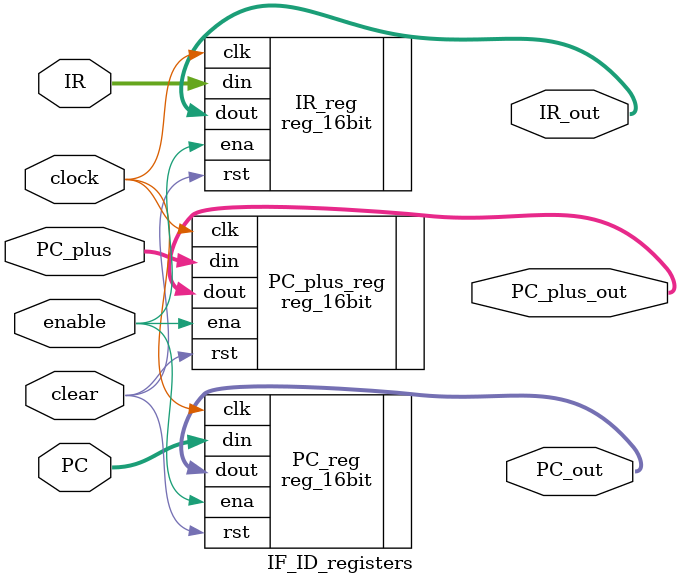
<source format=v>
module IF_ID_registers(clock,clear,enable,PC,PC_plus,IR,PC_out,PC_plus_out,IR_out);
	input clock,clear,enable;
	input [15:0] PC,PC_plus,IR;
	output  [15:0] PC_out,PC_plus_out,IR_out;
	
		
		
		reg_16bit PC_reg (.clk(clock), .ena(enable), .rst(clear), .din(PC), .dout(PC_out));
		reg_16bit PC_plus_reg (.clk(clock), .ena(enable), .rst(clear), .din(PC_plus), .dout(PC_plus_out));
		reg_16bit IR_reg (.clk(clock), .ena(enable), .rst(clear), .din(IR), .dout(IR_out));
		
		
endmodule

</source>
